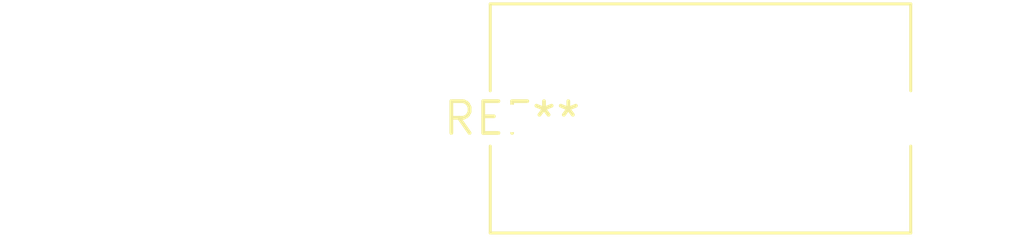
<source format=kicad_pcb>
(kicad_pcb (version 20240108) (generator pcbnew)
  (layers (0 "F.Cu" signal) (31 "B.Cu" signal) (34 "B.Paste" user) (35 "F.Paste" user) (36 "B.SilkS" user "B.Silkscreen") (37 "F.SilkS" user "F.Silkscreen") (38 "B.Mask" user) (39 "F.Mask" user) (44 "Edge.Cuts" user))
  (net 0 "")
  (footprint "C_Rect_L16.5mm_W8.9mm_P15.00mm_MKT" (layer "F.Cu") (at 0 0)
    (property "Reference" "REF**")
    (property "Value" "C_Rect_L16.5mm_W8.9mm_P15.00mm_MKT")
    (fp_line (start -0.87 -4.57) (end -0.87 -1.104) (layer "F.SilkS") (stroke (width 0.12)))
    (fp_line (start -0.87 -4.57) (end 15.87 -4.57) (layer "F.SilkS") (stroke (width 0.12)))
    (fp_line (start -0.87 1.104) (end -0.87 4.57) (layer "F.SilkS") (stroke (width 0.12)))
    (fp_line (start -0.87 4.57) (end 15.87 4.57) (layer "F.SilkS") (stroke (width 0.12)))
    (fp_line (start 15.87 -4.57) (end 15.87 -1.104) (layer "F.SilkS") (stroke (width 0.12)))
    (fp_line (start 15.87 1.104) (end 15.87 4.57) (layer "F.SilkS") (stroke (width 0.12)))
    (pad "1" thru_hole circle (at 0 0) (size 2.2 2.2) (drill 1.1) (layers *.Cu *.Mask) (remove_unused_layers))
    (pad "2" thru_hole circle (at 15 0) (size 2.2 2.2) (drill 1.1) (layers *.Cu *.Mask) (remove_unused_layers))
  )
)
</source>
